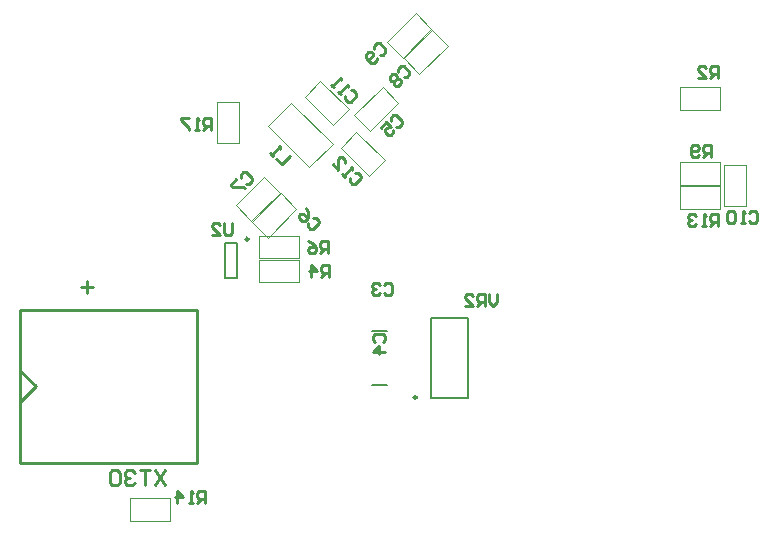
<source format=gbo>
G04 Layer_Color=32896*
%FSLAX25Y25*%
%MOIN*%
G70*
G01*
G75*
%ADD28C,0.01000*%
%ADD48C,0.00787*%
%ADD49C,0.00394*%
%ADD51C,0.00984*%
D28*
X256Y78591D02*
X59311D01*
X256Y27409D02*
Y78591D01*
Y27409D02*
X59311D01*
Y78591D01*
X256Y58244D02*
X5500Y53000D01*
X256Y47756D02*
X5500Y53000D01*
X64000Y138500D02*
Y142499D01*
X62001D01*
X61334Y141832D01*
Y140499D01*
X62001Y139833D01*
X64000D01*
X62667D02*
X61334Y138500D01*
X60001D02*
X58668D01*
X59335D01*
Y142499D01*
X60001Y141832D01*
X56669Y142499D02*
X54003D01*
Y141832D01*
X56669Y139166D01*
Y138500D01*
X62000Y14000D02*
Y17999D01*
X60001D01*
X59334Y17332D01*
Y15999D01*
X60001Y15333D01*
X62000D01*
X60667D02*
X59334Y14000D01*
X58001D02*
X56668D01*
X57335D01*
Y17999D01*
X58001Y17332D01*
X52670Y14000D02*
Y17999D01*
X54669Y15999D01*
X52003D01*
X111971Y124241D02*
X112914D01*
X113856Y123299D01*
Y122356D01*
X111971Y120471D01*
X111029D01*
X110086Y121414D01*
Y122356D01*
X108672Y122827D02*
X107730Y123770D01*
X108201Y123299D01*
X111029Y126126D01*
Y125184D01*
X104431Y127069D02*
X106316Y125184D01*
Y128954D01*
X106788Y129425D01*
X107730D01*
X108672Y128482D01*
Y127540D01*
X110471Y151741D02*
X111414D01*
X112356Y150799D01*
Y149856D01*
X110471Y147971D01*
X109529D01*
X108586Y148914D01*
Y149856D01*
X107173Y150328D02*
X106230Y151270D01*
X106701Y150799D01*
X109529Y153626D01*
Y152684D01*
X104816D02*
X103874Y153626D01*
X104345Y153155D01*
X107173Y155982D01*
Y155040D01*
X71000Y107499D02*
Y104166D01*
X70334Y103500D01*
X69001D01*
X68334Y104166D01*
Y107499D01*
X64336Y103500D02*
X67001D01*
X64336Y106166D01*
Y106832D01*
X65002Y107499D01*
X66335D01*
X67001Y106832D01*
X233000Y106500D02*
Y110499D01*
X231001D01*
X230334Y109832D01*
Y108499D01*
X231001Y107833D01*
X233000D01*
X231667D02*
X230334Y106500D01*
X229001D02*
X227668D01*
X228335D01*
Y110499D01*
X229001Y109832D01*
X225669D02*
X225003Y110499D01*
X223670D01*
X223003Y109832D01*
Y109166D01*
X223670Y108499D01*
X224336D01*
X223670D01*
X223003Y107833D01*
Y107167D01*
X223670Y106500D01*
X225003D01*
X225669Y107167D01*
X103000Y97494D02*
Y101492D01*
X101001D01*
X100334Y100826D01*
Y99493D01*
X101001Y98827D01*
X103000D01*
X101667D02*
X100334Y97494D01*
X96336Y101492D02*
X97668Y100826D01*
X99001Y99493D01*
Y98160D01*
X98335Y97494D01*
X97002D01*
X96336Y98160D01*
Y98827D01*
X97002Y99493D01*
X99001D01*
X103100Y89494D02*
Y93492D01*
X101101D01*
X100434Y92826D01*
Y91493D01*
X101101Y90827D01*
X103100D01*
X101767D02*
X100434Y89494D01*
X97102D02*
Y93492D01*
X99101Y91493D01*
X96435D01*
X90328Y129827D02*
X87500Y127000D01*
X85615Y128885D01*
X84672Y129827D02*
X83730Y130770D01*
X84201Y130299D01*
X87029Y133126D01*
Y132184D01*
X243334Y110832D02*
X244001Y111499D01*
X245334D01*
X246000Y110832D01*
Y108167D01*
X245334Y107500D01*
X244001D01*
X243334Y108167D01*
X242001Y107500D02*
X240668D01*
X241335D01*
Y111499D01*
X242001Y110832D01*
X238669D02*
X238003Y111499D01*
X236670D01*
X236003Y110832D01*
Y108167D01*
X236670Y107500D01*
X238003D01*
X238669Y108167D01*
Y110832D01*
X118259Y165471D02*
Y166414D01*
X119201Y167356D01*
X120144D01*
X122029Y165471D01*
Y164529D01*
X121086Y163586D01*
X120144D01*
X119201Y162644D02*
Y161701D01*
X118259Y160759D01*
X117316D01*
X115431Y162644D01*
Y163586D01*
X116374Y164529D01*
X117316D01*
X117788Y164058D01*
Y163115D01*
X116374Y161701D01*
X126259Y157971D02*
Y158914D01*
X127201Y159856D01*
X128144D01*
X130029Y157971D01*
Y157029D01*
X129086Y156086D01*
X128144D01*
X125316Y157029D02*
X124374D01*
X123431Y156086D01*
Y155144D01*
X123902Y154673D01*
X124845D01*
Y153730D01*
X125316Y153259D01*
X126259D01*
X127201Y154201D01*
Y155144D01*
X126730Y155615D01*
X125787D01*
Y156558D01*
X125316Y157029D01*
X125787Y155615D02*
X124845Y154673D01*
X73759Y122471D02*
Y123414D01*
X74701Y124356D01*
X75644D01*
X77529Y122471D01*
Y121529D01*
X76586Y120586D01*
X75644D01*
X72345Y122000D02*
X70460Y120115D01*
X70931Y119644D01*
X74701D01*
X75173Y119173D01*
X97971Y109241D02*
X98914D01*
X99856Y108299D01*
Y107356D01*
X97971Y105471D01*
X97029D01*
X96086Y106414D01*
Y107356D01*
X95615Y112540D02*
X96086Y111126D01*
X96086Y109241D01*
X95144Y108299D01*
X94201D01*
X93259Y109241D01*
Y110184D01*
X93730Y110655D01*
X94673D01*
X96086Y109241D01*
X123759Y141471D02*
Y142414D01*
X124701Y143356D01*
X125644D01*
X127529Y141471D01*
Y140529D01*
X126586Y139586D01*
X125644D01*
X120460Y139115D02*
X122345Y141000D01*
X123759Y139586D01*
X122345Y139115D01*
X121874Y138644D01*
Y137701D01*
X122816Y136759D01*
X123759D01*
X124701Y137701D01*
Y138644D01*
X232900Y155894D02*
Y159892D01*
X230901D01*
X230234Y159226D01*
Y157893D01*
X230901Y157227D01*
X232900D01*
X231567D02*
X230234Y155894D01*
X226236D02*
X228901D01*
X226236Y158560D01*
Y159226D01*
X226902Y159892D01*
X228235D01*
X228901Y159226D01*
X230500Y129500D02*
Y133499D01*
X228501D01*
X227834Y132832D01*
Y131499D01*
X228501Y130833D01*
X230500D01*
X229167D02*
X227834Y129500D01*
X226501Y130166D02*
X225835Y129500D01*
X224502D01*
X223835Y130166D01*
Y132832D01*
X224502Y133499D01*
X225835D01*
X226501Y132832D01*
Y132166D01*
X225835Y131499D01*
X223835D01*
X48500Y24998D02*
X45168Y20000D01*
Y24998D02*
X48500Y20000D01*
X43502Y24998D02*
X40169D01*
X41835D01*
Y20000D01*
X38503Y24165D02*
X37670Y24998D01*
X36004D01*
X35171Y24165D01*
Y23332D01*
X36004Y22499D01*
X36837D01*
X36004D01*
X35171Y21666D01*
Y20833D01*
X36004Y20000D01*
X37670D01*
X38503Y20833D01*
X33505Y24165D02*
X32672Y24998D01*
X31006D01*
X30173Y24165D01*
Y20833D01*
X31006Y20000D01*
X32672D01*
X33505Y20833D01*
Y24165D01*
X121434Y86663D02*
X122101Y87329D01*
X123433D01*
X124100Y86663D01*
Y83997D01*
X123433Y83331D01*
X122101D01*
X121434Y83997D01*
X120101Y86663D02*
X119435Y87329D01*
X118102D01*
X117436Y86663D01*
Y85997D01*
X118102Y85330D01*
X118768D01*
X118102D01*
X117436Y84664D01*
Y83997D01*
X118102Y83331D01*
X119435D01*
X120101Y83997D01*
X118668Y67834D02*
X118001Y68501D01*
Y69834D01*
X118668Y70500D01*
X121334D01*
X122000Y69834D01*
Y68501D01*
X121334Y67834D01*
X122000Y64502D02*
X118001D01*
X120001Y66501D01*
Y63836D01*
X159300Y83792D02*
Y81127D01*
X157967Y79794D01*
X156634Y81127D01*
Y83792D01*
X155301Y79794D02*
Y83792D01*
X153302D01*
X152636Y83126D01*
Y81793D01*
X153302Y81127D01*
X155301D01*
X153968D02*
X152636Y79794D01*
X148637D02*
X151303D01*
X148637Y82459D01*
Y83126D01*
X149303Y83792D01*
X150636D01*
X151303Y83126D01*
X20500Y85999D02*
X24499D01*
X22499Y87998D02*
Y84000D01*
D48*
X68532Y89095D02*
Y100906D01*
X72469Y89095D02*
Y100906D01*
X68532Y89095D02*
X72469D01*
X68532Y100906D02*
X72469D01*
X117441Y53500D02*
X122559D01*
X117441Y71437D02*
X122559D01*
X137398Y75689D02*
X149602D01*
X137398Y49311D02*
X149602D01*
Y75689D01*
X137398Y49311D02*
Y75689D01*
D49*
X122623Y167912D02*
X127912Y162623D01*
X122623Y167912D02*
X132088Y177377D01*
X137377Y172088D01*
X127912Y162623D02*
X137377Y172088D01*
X128123Y162412D02*
X133412Y157123D01*
X128123Y162412D02*
X137588Y171877D01*
X142877Y166588D01*
X133412Y157123D02*
X142877Y166588D01*
X65760Y134307D02*
X73240D01*
X65760D02*
Y147693D01*
X73240D01*
Y134307D02*
Y147693D01*
X36807Y8260D02*
Y15740D01*
X50193D01*
Y8260D02*
Y15740D01*
X36807Y8260D02*
X50193D01*
X233693Y112260D02*
Y119740D01*
X220307Y112260D02*
X233693D01*
X220307D02*
Y119740D01*
X233693D01*
X220307Y120260D02*
X233693D01*
Y127740D01*
X220307D02*
X233693D01*
X220307Y120260D02*
Y127740D01*
X234760Y113307D02*
X242240D01*
X234760D02*
Y126693D01*
X242240D01*
Y113307D02*
Y126693D01*
X104588Y140123D02*
X109877Y145412D01*
X95123Y149588D02*
X104588Y140123D01*
X95123Y149588D02*
X100412Y154877D01*
X109877Y145412D01*
X107123Y132588D02*
X112412Y137877D01*
X121877Y128412D01*
X116588Y123123D02*
X121877Y128412D01*
X107123Y132588D02*
X116588Y123123D01*
X111623Y143412D02*
X116912Y138123D01*
X111623Y143412D02*
X121088Y152877D01*
X126377Y147588D01*
X116912Y138123D02*
X126377Y147588D01*
X82907Y139817D02*
X90701Y147612D01*
X104482Y133832D01*
X96687Y126037D02*
X104482Y133832D01*
X82907Y139817D02*
X96687Y126037D01*
X72123Y113412D02*
X77412Y108123D01*
X72123Y113412D02*
X81588Y122877D01*
X86877Y117588D01*
X77412Y108123D02*
X86877Y117588D01*
X77623Y107912D02*
X82912Y102623D01*
X77623Y107912D02*
X87088Y117377D01*
X92377Y112088D01*
X82912Y102623D02*
X92377Y112088D01*
X79752Y95760D02*
Y103240D01*
X93138D01*
Y95760D02*
Y103240D01*
X79752Y95760D02*
X93138D01*
X93193Y87760D02*
Y95240D01*
X79807Y87760D02*
X93193D01*
X79807D02*
Y95240D01*
X93193D01*
X220307Y145260D02*
X233693D01*
Y152740D01*
X220307D02*
X233693D01*
X220307Y145260D02*
Y152740D01*
D51*
X76406Y102087D02*
G03*
X76406Y102087I-492J0D01*
G01*
X132476Y49311D02*
G03*
X132476Y49311I-492J0D01*
G01*
M02*

</source>
